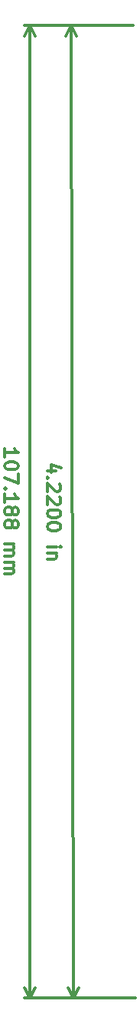
<source format=gbr>
G04 #@! TF.GenerationSoftware,KiCad,Pcbnew,(5.0.0-rc2-dev-586-g888c43477)*
G04 #@! TF.CreationDate,2018-06-04T00:41:45-03:00*
G04 #@! TF.ProjectId,Mcc18,4D636331382E6B696361645F70636200,rev?*
G04 #@! TF.SameCoordinates,Original*
G04 #@! TF.FileFunction,Drawing*
%FSLAX46Y46*%
G04 Gerber Fmt 4.6, Leading zero omitted, Abs format (unit mm)*
G04 Created by KiCad (PCBNEW (5.0.0-rc2-dev-586-g888c43477)) date 06/04/18 00:41:45*
%MOMM*%
%LPD*%
G01*
G04 APERTURE LIST*
%ADD10C,0.300000*%
G04 APERTURE END LIST*
D10*
X41521937Y-88956753D02*
X40521940Y-88959123D01*
X42092518Y-88598257D02*
X41020246Y-88243654D01*
X41022446Y-89172223D01*
X40666658Y-89744496D02*
X40595399Y-89816094D01*
X40523802Y-89744835D01*
X40595061Y-89673237D01*
X40666658Y-89744496D01*
X40523802Y-89744835D01*
X41882464Y-90384474D02*
X41954062Y-90455733D01*
X42025829Y-90598421D01*
X42026675Y-90955563D01*
X41955585Y-91098589D01*
X41884326Y-91170186D01*
X41741639Y-91241953D01*
X41598782Y-91242292D01*
X41384327Y-91171371D01*
X40525156Y-90316262D01*
X40527356Y-91244831D01*
X41885849Y-91813042D02*
X41957447Y-91884301D01*
X42029214Y-92026988D01*
X42030060Y-92384130D01*
X41958970Y-92527156D01*
X41887711Y-92598754D01*
X41745024Y-92670521D01*
X41602167Y-92670859D01*
X41387713Y-92599939D01*
X40528541Y-91744829D01*
X40530741Y-92673398D01*
X42032938Y-93598413D02*
X42033276Y-93741269D01*
X41962186Y-93884295D01*
X41890927Y-93955893D01*
X41748240Y-94027660D01*
X41462696Y-94099765D01*
X41105554Y-94100612D01*
X40819671Y-94029860D01*
X40676645Y-93958770D01*
X40605047Y-93887511D01*
X40533280Y-93744824D01*
X40532942Y-93601967D01*
X40604032Y-93458941D01*
X40675291Y-93387343D01*
X40817978Y-93315577D01*
X41103523Y-93243471D01*
X41460664Y-93242625D01*
X41746547Y-93313376D01*
X41889573Y-93384466D01*
X41961171Y-93455725D01*
X42032938Y-93598413D01*
X42036323Y-95026980D02*
X42036661Y-95169837D01*
X41965572Y-95312863D01*
X41894312Y-95384460D01*
X41751625Y-95456227D01*
X41466081Y-95528333D01*
X41108939Y-95529179D01*
X40823056Y-95458428D01*
X40680030Y-95387338D01*
X40608433Y-95316079D01*
X40536666Y-95173391D01*
X40536327Y-95030534D01*
X40607417Y-94887508D01*
X40678676Y-94815911D01*
X40821364Y-94744144D01*
X41106908Y-94672039D01*
X41464050Y-94671192D01*
X41749932Y-94741944D01*
X41892958Y-94813033D01*
X41964556Y-94884292D01*
X42036323Y-95026980D01*
X40541743Y-97316242D02*
X41541741Y-97313873D01*
X42041739Y-97312688D02*
X41970142Y-97241429D01*
X41898883Y-97313026D01*
X41970480Y-97384285D01*
X42041739Y-97312688D01*
X41898883Y-97313026D01*
X41543433Y-98028156D02*
X40543436Y-98030526D01*
X41400577Y-98028495D02*
X41472174Y-98099754D01*
X41543941Y-98242441D01*
X41544449Y-98456727D01*
X41473359Y-98599753D01*
X41330672Y-98671519D01*
X40544959Y-98673381D01*
X43184252Y-39894241D02*
X43438252Y-147082241D01*
X50038000Y-39878000D02*
X42597833Y-39895631D01*
X50292000Y-147066000D02*
X42851833Y-147083631D01*
X43438252Y-147082241D02*
X42849163Y-145957130D01*
X43438252Y-147082241D02*
X44022002Y-145954351D01*
X43184252Y-39894241D02*
X42600502Y-41022131D01*
X43184252Y-39894241D02*
X43773341Y-41019352D01*
X35829428Y-87400571D02*
X35829428Y-86543428D01*
X35829428Y-86972000D02*
X37329428Y-86972000D01*
X37115142Y-86829142D01*
X36972285Y-86686285D01*
X36900857Y-86543428D01*
X37329428Y-88329142D02*
X37329428Y-88472000D01*
X37258000Y-88614857D01*
X37186571Y-88686285D01*
X37043714Y-88757714D01*
X36758000Y-88829142D01*
X36400857Y-88829142D01*
X36115142Y-88757714D01*
X35972285Y-88686285D01*
X35900857Y-88614857D01*
X35829428Y-88472000D01*
X35829428Y-88329142D01*
X35900857Y-88186285D01*
X35972285Y-88114857D01*
X36115142Y-88043428D01*
X36400857Y-87972000D01*
X36758000Y-87972000D01*
X37043714Y-88043428D01*
X37186571Y-88114857D01*
X37258000Y-88186285D01*
X37329428Y-88329142D01*
X37329428Y-89329142D02*
X37329428Y-90329142D01*
X35829428Y-89686285D01*
X35972285Y-90900571D02*
X35900857Y-90972000D01*
X35829428Y-90900571D01*
X35900857Y-90829142D01*
X35972285Y-90900571D01*
X35829428Y-90900571D01*
X35829428Y-92400571D02*
X35829428Y-91543428D01*
X35829428Y-91972000D02*
X37329428Y-91972000D01*
X37115142Y-91829142D01*
X36972285Y-91686285D01*
X36900857Y-91543428D01*
X36686571Y-93257714D02*
X36758000Y-93114857D01*
X36829428Y-93043428D01*
X36972285Y-92972000D01*
X37043714Y-92972000D01*
X37186571Y-93043428D01*
X37258000Y-93114857D01*
X37329428Y-93257714D01*
X37329428Y-93543428D01*
X37258000Y-93686285D01*
X37186571Y-93757714D01*
X37043714Y-93829142D01*
X36972285Y-93829142D01*
X36829428Y-93757714D01*
X36758000Y-93686285D01*
X36686571Y-93543428D01*
X36686571Y-93257714D01*
X36615142Y-93114857D01*
X36543714Y-93043428D01*
X36400857Y-92972000D01*
X36115142Y-92972000D01*
X35972285Y-93043428D01*
X35900857Y-93114857D01*
X35829428Y-93257714D01*
X35829428Y-93543428D01*
X35900857Y-93686285D01*
X35972285Y-93757714D01*
X36115142Y-93829142D01*
X36400857Y-93829142D01*
X36543714Y-93757714D01*
X36615142Y-93686285D01*
X36686571Y-93543428D01*
X36686571Y-94686285D02*
X36758000Y-94543428D01*
X36829428Y-94472000D01*
X36972285Y-94400571D01*
X37043714Y-94400571D01*
X37186571Y-94472000D01*
X37258000Y-94543428D01*
X37329428Y-94686285D01*
X37329428Y-94972000D01*
X37258000Y-95114857D01*
X37186571Y-95186285D01*
X37043714Y-95257714D01*
X36972285Y-95257714D01*
X36829428Y-95186285D01*
X36758000Y-95114857D01*
X36686571Y-94972000D01*
X36686571Y-94686285D01*
X36615142Y-94543428D01*
X36543714Y-94472000D01*
X36400857Y-94400571D01*
X36115142Y-94400571D01*
X35972285Y-94472000D01*
X35900857Y-94543428D01*
X35829428Y-94686285D01*
X35829428Y-94972000D01*
X35900857Y-95114857D01*
X35972285Y-95186285D01*
X36115142Y-95257714D01*
X36400857Y-95257714D01*
X36543714Y-95186285D01*
X36615142Y-95114857D01*
X36686571Y-94972000D01*
X35829428Y-97043428D02*
X36829428Y-97043428D01*
X36686571Y-97043428D02*
X36758000Y-97114857D01*
X36829428Y-97257714D01*
X36829428Y-97472000D01*
X36758000Y-97614857D01*
X36615142Y-97686285D01*
X35829428Y-97686285D01*
X36615142Y-97686285D02*
X36758000Y-97757714D01*
X36829428Y-97900571D01*
X36829428Y-98114857D01*
X36758000Y-98257714D01*
X36615142Y-98329142D01*
X35829428Y-98329142D01*
X35829428Y-99043428D02*
X36829428Y-99043428D01*
X36686571Y-99043428D02*
X36758000Y-99114857D01*
X36829428Y-99257714D01*
X36829428Y-99472000D01*
X36758000Y-99614857D01*
X36615142Y-99686285D01*
X35829428Y-99686285D01*
X36615142Y-99686285D02*
X36758000Y-99757714D01*
X36829428Y-99900571D01*
X36829428Y-100114857D01*
X36758000Y-100257714D01*
X36615142Y-100329142D01*
X35829428Y-100329142D01*
X38608000Y-39878000D02*
X38608000Y-147066000D01*
X50038000Y-39878000D02*
X38021579Y-39878000D01*
X50038000Y-147066000D02*
X38021579Y-147066000D01*
X38608000Y-147066000D02*
X38021579Y-145939496D01*
X38608000Y-147066000D02*
X39194421Y-145939496D01*
X38608000Y-39878000D02*
X38021579Y-41004504D01*
X38608000Y-39878000D02*
X39194421Y-41004504D01*
M02*

</source>
